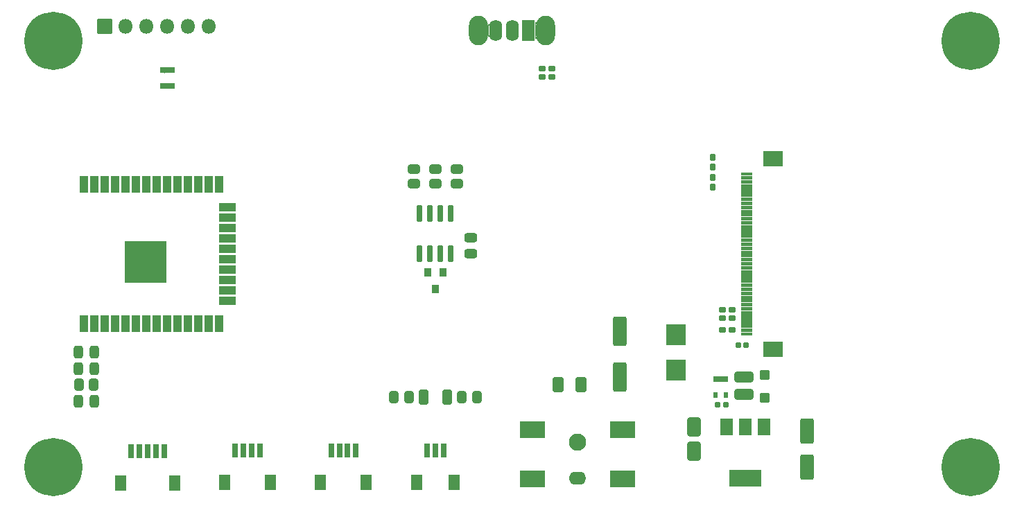
<source format=gts>
G04 #@! TF.GenerationSoftware,KiCad,Pcbnew,(6.0.0)*
G04 #@! TF.CreationDate,2021-12-31T15:39:09+05:30*
G04 #@! TF.ProjectId,ESP32_BoardV1,45535033-325f-4426-9f61-726456312e6b,rev?*
G04 #@! TF.SameCoordinates,Original*
G04 #@! TF.FileFunction,Soldermask,Top*
G04 #@! TF.FilePolarity,Negative*
%FSLAX46Y46*%
G04 Gerber Fmt 4.6, Leading zero omitted, Abs format (unit mm)*
G04 Created by KiCad (PCBNEW (6.0.0)) date 2021-12-31 15:39:09*
%MOMM*%
%LPD*%
G01*
G04 APERTURE LIST*
G04 Aperture macros list*
%AMRoundRect*
0 Rectangle with rounded corners*
0 $1 Rounding radius*
0 $2 $3 $4 $5 $6 $7 $8 $9 X,Y pos of 4 corners*
0 Add a 4 corners polygon primitive as box body*
4,1,4,$2,$3,$4,$5,$6,$7,$8,$9,$2,$3,0*
0 Add four circle primitives for the rounded corners*
1,1,$1+$1,$2,$3*
1,1,$1+$1,$4,$5*
1,1,$1+$1,$6,$7*
1,1,$1+$1,$8,$9*
0 Add four rect primitives between the rounded corners*
20,1,$1+$1,$2,$3,$4,$5,0*
20,1,$1+$1,$4,$5,$6,$7,0*
20,1,$1+$1,$6,$7,$8,$9,0*
20,1,$1+$1,$8,$9,$2,$3,0*%
G04 Aperture macros list end*
%ADD10RoundRect,0.301000X0.250000X0.475000X-0.250000X0.475000X-0.250000X-0.475000X0.250000X-0.475000X0*%
%ADD11C,0.902000*%
%ADD12C,7.102000*%
%ADD13RoundRect,0.051000X0.850000X-0.850000X0.850000X0.850000X-0.850000X0.850000X-0.850000X-0.850000X0*%
%ADD14O,1.802000X1.802000*%
%ADD15RoundRect,0.051000X0.200000X-0.325000X0.200000X0.325000X-0.200000X0.325000X-0.200000X-0.325000X0*%
%ADD16RoundRect,0.301000X-0.312500X-0.625000X0.312500X-0.625000X0.312500X0.625000X-0.312500X0.625000X0*%
%ADD17RoundRect,0.301000X-0.262500X-0.450000X0.262500X-0.450000X0.262500X0.450000X-0.262500X0.450000X0*%
%ADD18RoundRect,0.051000X0.450000X-1.000000X0.450000X1.000000X-0.450000X1.000000X-0.450000X-1.000000X0*%
%ADD19RoundRect,0.051000X1.000000X0.450000X-1.000000X0.450000X-1.000000X-0.450000X1.000000X-0.450000X0*%
%ADD20RoundRect,0.051000X2.500000X-2.500000X2.500000X2.500000X-2.500000X2.500000X-2.500000X-2.500000X0*%
%ADD21RoundRect,0.206000X0.212500X0.155000X-0.212500X0.155000X-0.212500X-0.155000X0.212500X-0.155000X0*%
%ADD22RoundRect,0.051000X-0.300000X-0.775000X0.300000X-0.775000X0.300000X0.775000X-0.300000X0.775000X0*%
%ADD23RoundRect,0.051000X-0.600000X-0.900000X0.600000X-0.900000X0.600000X0.900000X-0.600000X0.900000X0*%
%ADD24RoundRect,0.211000X0.197500X0.160000X-0.197500X0.160000X-0.197500X-0.160000X0.197500X-0.160000X0*%
%ADD25O,2.302000X3.602000*%
%ADD26RoundRect,0.051000X0.750000X1.250000X-0.750000X1.250000X-0.750000X-1.250000X0.750000X-1.250000X0*%
%ADD27O,1.602000X2.602000*%
%ADD28RoundRect,0.051000X1.150000X-1.250000X1.150000X1.250000X-1.150000X1.250000X-1.150000X-1.250000X0*%
%ADD29RoundRect,0.301000X-0.550000X0.850000X-0.550000X-0.850000X0.550000X-0.850000X0.550000X0.850000X0*%
%ADD30RoundRect,0.051000X-0.750000X1.000000X-0.750000X-1.000000X0.750000X-1.000000X0.750000X1.000000X0*%
%ADD31RoundRect,0.051000X-1.900000X1.000000X-1.900000X-1.000000X1.900000X-1.000000X1.900000X1.000000X0*%
%ADD32RoundRect,0.301000X0.550000X-1.250000X0.550000X1.250000X-0.550000X1.250000X-0.550000X-1.250000X0*%
%ADD33RoundRect,0.051000X0.650000X-0.150000X0.650000X0.150000X-0.650000X0.150000X-0.650000X-0.150000X0*%
%ADD34RoundRect,0.051000X1.100000X-0.900000X1.100000X0.900000X-1.100000X0.900000X-1.100000X-0.900000X0*%
%ADD35RoundRect,0.211000X0.160000X-0.197500X0.160000X0.197500X-0.160000X0.197500X-0.160000X-0.197500X0*%
%ADD36RoundRect,0.211000X-0.160000X0.197500X-0.160000X-0.197500X0.160000X-0.197500X0.160000X0.197500X0*%
%ADD37RoundRect,0.301000X-0.475000X0.250000X-0.475000X-0.250000X0.475000X-0.250000X0.475000X0.250000X0*%
%ADD38RoundRect,0.051000X-0.400000X0.450000X-0.400000X-0.450000X0.400000X-0.450000X0.400000X0.450000X0*%
%ADD39RoundRect,0.301000X-0.450000X0.262500X-0.450000X-0.262500X0.450000X-0.262500X0.450000X0.262500X0*%
%ADD40RoundRect,0.201000X-0.150000X0.825000X-0.150000X-0.825000X0.150000X-0.825000X0.150000X0.825000X0*%
%ADD41C,2.102000*%
%ADD42O,2.102000X1.602000*%
%ADD43RoundRect,0.051000X1.500000X1.000000X-1.500000X1.000000X-1.500000X-1.000000X1.500000X-1.000000X0*%
%ADD44RoundRect,0.301000X0.375000X0.625000X-0.375000X0.625000X-0.375000X-0.625000X0.375000X-0.625000X0*%
%ADD45RoundRect,0.191000X0.140000X0.170000X-0.140000X0.170000X-0.140000X-0.170000X0.140000X-0.170000X0*%
%ADD46RoundRect,0.301000X0.550000X-1.500000X0.550000X1.500000X-0.550000X1.500000X-0.550000X-1.500000X0*%
%ADD47RoundRect,0.051000X0.550000X-0.550000X0.550000X0.550000X-0.550000X0.550000X-0.550000X-0.550000X0*%
%ADD48RoundRect,0.301000X0.850000X-0.375000X0.850000X0.375000X-0.850000X0.375000X-0.850000X-0.375000X0*%
%ADD49RoundRect,0.211000X-0.197500X-0.160000X0.197500X-0.160000X0.197500X0.160000X-0.197500X0.160000X0*%
%ADD50RoundRect,0.051000X-0.200000X0.325000X-0.200000X-0.325000X0.200000X-0.325000X0.200000X0.325000X0*%
G04 APERTURE END LIST*
D10*
X93950000Y-139000000D03*
X92050000Y-139000000D03*
X93950000Y-143000000D03*
X92050000Y-143000000D03*
X93950000Y-137000000D03*
X92050000Y-137000000D03*
D11*
X89000000Y-96375000D03*
X90856155Y-97143845D03*
X89000000Y-101625000D03*
X91625000Y-99000000D03*
X87143845Y-100856155D03*
D12*
X89000000Y-99000000D03*
D11*
X87143845Y-97143845D03*
X86375000Y-99000000D03*
X90856155Y-100856155D03*
X90856155Y-152856155D03*
X86375000Y-151000000D03*
X87143845Y-149143845D03*
D12*
X89000000Y-151000000D03*
D11*
X87143845Y-152856155D03*
X89000000Y-153625000D03*
X89000000Y-148375000D03*
X91625000Y-151000000D03*
X90856155Y-149143845D03*
X202856155Y-97143845D03*
X201000000Y-96375000D03*
D12*
X201000000Y-99000000D03*
D11*
X199143845Y-97143845D03*
X201000000Y-101625000D03*
X202856155Y-100856155D03*
X199143845Y-100856155D03*
X203625000Y-99000000D03*
X198375000Y-99000000D03*
D13*
X95250000Y-97200000D03*
D14*
X97790000Y-97200000D03*
X100330000Y-97200000D03*
X102870000Y-97200000D03*
X105410000Y-97200000D03*
X107950000Y-97200000D03*
D15*
X102250000Y-104450000D03*
X102900000Y-104450000D03*
X103550000Y-104450000D03*
X103550000Y-102550000D03*
X102900000Y-102550000D03*
X102250000Y-102550000D03*
D16*
X134162500Y-142500000D03*
X137087500Y-142500000D03*
D17*
X138887500Y-142500000D03*
X140712500Y-142500000D03*
D18*
X92745000Y-133500000D03*
X94015000Y-133500000D03*
X95285000Y-133500000D03*
X96555000Y-133500000D03*
X97825000Y-133500000D03*
X99095000Y-133500000D03*
X100365000Y-133500000D03*
X101635000Y-133500000D03*
X102905000Y-133500000D03*
X104175000Y-133500000D03*
X105445000Y-133500000D03*
X106715000Y-133500000D03*
X107985000Y-133500000D03*
X109255000Y-133500000D03*
D19*
X110255000Y-130715000D03*
X110255000Y-129445000D03*
X110255000Y-128175000D03*
X110255000Y-126905000D03*
X110255000Y-125635000D03*
X110255000Y-124365000D03*
X110255000Y-123095000D03*
X110255000Y-121825000D03*
X110255000Y-120555000D03*
X110255000Y-119285000D03*
D18*
X109255000Y-116500000D03*
X107985000Y-116500000D03*
X106715000Y-116500000D03*
X105445000Y-116500000D03*
X104175000Y-116500000D03*
X102905000Y-116500000D03*
X101635000Y-116500000D03*
X100365000Y-116500000D03*
X99095000Y-116500000D03*
X97825000Y-116500000D03*
X96555000Y-116500000D03*
X95285000Y-116500000D03*
X94015000Y-116500000D03*
X92745000Y-116500000D03*
D20*
X100245000Y-126000000D03*
D21*
X171867500Y-132800000D03*
X170732500Y-132800000D03*
D22*
X122916666Y-149000000D03*
X123916666Y-149000000D03*
X124916666Y-149000000D03*
X125916666Y-149000000D03*
D23*
X121616666Y-152875000D03*
X127216666Y-152875000D03*
D17*
X130587500Y-142500000D03*
X132412500Y-142500000D03*
D21*
X149837500Y-103352500D03*
X148702500Y-103352500D03*
D24*
X149867500Y-102352500D03*
X148672500Y-102352500D03*
D25*
X140900000Y-97702500D03*
X149100000Y-97702500D03*
D26*
X147000000Y-97702500D03*
D27*
X145000000Y-97702500D03*
X143000000Y-97702500D03*
D22*
X134625000Y-149000000D03*
X135625000Y-149000000D03*
X136625000Y-149000000D03*
D23*
X133325000Y-152875000D03*
X137925000Y-152875000D03*
D28*
X165000000Y-139150000D03*
X165000000Y-134850000D03*
D29*
X167200000Y-146100000D03*
X167200000Y-149100000D03*
D30*
X175800000Y-146100000D03*
X173500000Y-146100000D03*
D31*
X173500000Y-152400000D03*
D30*
X171200000Y-146100000D03*
D11*
X203625000Y-151000000D03*
X198375000Y-151000000D03*
D12*
X201000000Y-151000000D03*
D11*
X202856155Y-149143845D03*
X201000000Y-153625000D03*
X202856155Y-152856155D03*
X199143845Y-152856155D03*
X199143845Y-149143845D03*
X201000000Y-148375000D03*
D32*
X181000000Y-151000000D03*
X181000000Y-146600000D03*
D21*
X171867500Y-131800000D03*
X170732500Y-131800000D03*
D33*
X173650000Y-134750000D03*
X173650000Y-134250000D03*
X173650000Y-133750000D03*
X173650000Y-133250000D03*
X173650000Y-132750000D03*
X173650000Y-132250000D03*
X173650000Y-131750000D03*
X173650000Y-131250000D03*
X173650000Y-130750000D03*
X173650000Y-130250000D03*
X173650000Y-129750000D03*
X173650000Y-129250000D03*
X173650000Y-128750000D03*
X173650000Y-128250000D03*
X173650000Y-127750000D03*
X173650000Y-127250000D03*
X173650000Y-126750000D03*
X173650000Y-126250000D03*
X173650000Y-125750000D03*
X173650000Y-125250000D03*
X173650000Y-124750000D03*
X173650000Y-124250000D03*
X173650000Y-123750000D03*
X173650000Y-123250000D03*
X173650000Y-122750000D03*
X173650000Y-122250000D03*
X173650000Y-121750000D03*
X173650000Y-121250000D03*
X173650000Y-120750000D03*
X173650000Y-120250000D03*
X173650000Y-119750000D03*
X173650000Y-119250000D03*
X173650000Y-118750000D03*
X173650000Y-118250000D03*
X173650000Y-117750000D03*
X173650000Y-117250000D03*
X173650000Y-116750000D03*
X173650000Y-116250000D03*
X173650000Y-115750000D03*
X173650000Y-115250000D03*
D34*
X176900000Y-113350000D03*
X176900000Y-136650000D03*
D35*
X169500000Y-114347500D03*
X169500000Y-113152500D03*
D36*
X169500000Y-115652500D03*
X169500000Y-116847500D03*
D37*
X140000000Y-123050000D03*
X140000000Y-124950000D03*
D38*
X136575000Y-127250000D03*
X134675000Y-127250000D03*
X135625000Y-129250000D03*
D39*
X135625000Y-114587500D03*
X135625000Y-116412500D03*
X138250000Y-114587500D03*
X138250000Y-116412500D03*
D40*
X137530000Y-120025000D03*
X136260000Y-120025000D03*
X134990000Y-120025000D03*
X133720000Y-120025000D03*
X133720000Y-124975000D03*
X134990000Y-124975000D03*
X136260000Y-124975000D03*
X137530000Y-124975000D03*
D39*
X133000000Y-114587500D03*
X133000000Y-116412500D03*
D17*
X92087500Y-141000000D03*
X93912500Y-141000000D03*
D41*
X153000000Y-148000000D03*
D42*
X153000000Y-152400000D03*
D43*
X147500000Y-146500000D03*
X147500000Y-152500000D03*
X158500000Y-146500000D03*
X158500000Y-152500000D03*
D44*
X153400000Y-141000000D03*
X150600000Y-141000000D03*
D22*
X111208333Y-149000000D03*
X112208333Y-149000000D03*
X113208333Y-149000000D03*
X114208333Y-149000000D03*
D23*
X109908333Y-152875000D03*
X115508333Y-152875000D03*
D22*
X98500000Y-149125000D03*
X99500000Y-149125000D03*
X100500000Y-149125000D03*
X101500000Y-149125000D03*
X102500000Y-149125000D03*
D23*
X97200000Y-153000000D03*
X103800000Y-153000000D03*
D45*
X173560000Y-136100000D03*
X172600000Y-136100000D03*
D46*
X158200000Y-140000000D03*
X158200000Y-134400000D03*
D45*
X171080000Y-143400000D03*
X170120000Y-143400000D03*
D47*
X175900000Y-142600000D03*
X175900000Y-139800000D03*
D48*
X173300000Y-142175000D03*
X173300000Y-140025000D03*
D49*
X170670000Y-134300000D03*
X171865000Y-134300000D03*
D50*
X171150000Y-140300000D03*
X170500000Y-140300000D03*
X169850000Y-140300000D03*
X169850000Y-142200000D03*
X171150000Y-142200000D03*
G36*
X170090660Y-139942493D02*
G01*
X170104452Y-139951709D01*
X170105615Y-139949969D01*
X170107409Y-139949084D01*
X170108560Y-139949545D01*
X170125952Y-139964078D01*
X170194670Y-139972704D01*
X170242288Y-139949918D01*
X170244282Y-139950072D01*
X170244814Y-139950611D01*
X170245548Y-139951709D01*
X170259340Y-139942493D01*
X170261336Y-139942362D01*
X170262447Y-139944025D01*
X170262114Y-139945267D01*
X170254767Y-139956262D01*
X170251000Y-139975199D01*
X170251000Y-140624801D01*
X170254767Y-140643738D01*
X170262114Y-140654733D01*
X170262245Y-140656729D01*
X170260582Y-140657840D01*
X170259340Y-140657507D01*
X170245548Y-140648291D01*
X170244385Y-140650031D01*
X170242591Y-140650916D01*
X170241440Y-140650455D01*
X170224048Y-140635922D01*
X170155330Y-140627296D01*
X170107712Y-140650082D01*
X170105718Y-140649928D01*
X170105186Y-140649389D01*
X170104452Y-140648291D01*
X170090660Y-140657507D01*
X170088664Y-140657638D01*
X170087553Y-140655975D01*
X170087886Y-140654733D01*
X170095233Y-140643738D01*
X170099000Y-140624801D01*
X170099000Y-139975199D01*
X170095233Y-139956262D01*
X170087886Y-139945267D01*
X170087755Y-139943271D01*
X170089418Y-139942160D01*
X170090660Y-139942493D01*
G37*
G36*
X170740660Y-139942493D02*
G01*
X170754452Y-139951709D01*
X170755615Y-139949969D01*
X170757409Y-139949084D01*
X170758560Y-139949545D01*
X170775952Y-139964078D01*
X170844670Y-139972704D01*
X170892288Y-139949918D01*
X170894282Y-139950072D01*
X170894814Y-139950611D01*
X170895548Y-139951709D01*
X170909340Y-139942493D01*
X170911336Y-139942362D01*
X170912447Y-139944025D01*
X170912114Y-139945267D01*
X170904767Y-139956262D01*
X170901000Y-139975199D01*
X170901000Y-140624801D01*
X170904767Y-140643738D01*
X170912114Y-140654733D01*
X170912245Y-140656729D01*
X170910582Y-140657840D01*
X170909340Y-140657507D01*
X170895548Y-140648291D01*
X170894385Y-140650031D01*
X170892591Y-140650916D01*
X170891440Y-140650455D01*
X170874048Y-140635922D01*
X170805330Y-140627296D01*
X170757712Y-140650082D01*
X170755718Y-140649928D01*
X170755186Y-140649389D01*
X170754452Y-140648291D01*
X170740660Y-140657507D01*
X170738664Y-140657638D01*
X170737553Y-140655975D01*
X170737886Y-140654733D01*
X170745233Y-140643738D01*
X170749000Y-140624801D01*
X170749000Y-139975199D01*
X170745233Y-139956262D01*
X170737886Y-139945267D01*
X170737755Y-139943271D01*
X170739418Y-139942160D01*
X170740660Y-139942493D01*
G37*
G36*
X172966075Y-134435084D02*
G01*
X172981263Y-134445233D01*
X173000199Y-134449000D01*
X174299801Y-134449000D01*
X174318738Y-134445233D01*
X174333773Y-134435186D01*
X174335768Y-134435055D01*
X174336880Y-134436718D01*
X174336793Y-134437447D01*
X174317898Y-134497788D01*
X174336955Y-134562690D01*
X174336483Y-134564633D01*
X174334564Y-134565197D01*
X174333925Y-134564916D01*
X174318737Y-134554767D01*
X174299801Y-134551000D01*
X173000199Y-134551000D01*
X172981262Y-134554767D01*
X172966227Y-134564814D01*
X172964232Y-134564945D01*
X172963120Y-134563282D01*
X172963207Y-134562553D01*
X172982102Y-134502212D01*
X172963045Y-134437310D01*
X172963517Y-134435367D01*
X172965436Y-134434803D01*
X172966075Y-134435084D01*
G37*
G36*
X172966075Y-133935084D02*
G01*
X172981263Y-133945233D01*
X173000199Y-133949000D01*
X174299801Y-133949000D01*
X174318738Y-133945233D01*
X174333773Y-133935186D01*
X174335768Y-133935055D01*
X174336880Y-133936718D01*
X174336793Y-133937447D01*
X174317898Y-133997788D01*
X174336955Y-134062690D01*
X174336483Y-134064633D01*
X174334564Y-134065197D01*
X174333925Y-134064916D01*
X174318737Y-134054767D01*
X174299801Y-134051000D01*
X173000199Y-134051000D01*
X172981262Y-134054767D01*
X172966227Y-134064814D01*
X172964232Y-134064945D01*
X172963120Y-134063282D01*
X172963207Y-134062553D01*
X172982102Y-134002212D01*
X172963045Y-133937310D01*
X172963517Y-133935367D01*
X172965436Y-133934803D01*
X172966075Y-133935084D01*
G37*
G36*
X172966075Y-133435084D02*
G01*
X172981263Y-133445233D01*
X173000199Y-133449000D01*
X174299801Y-133449000D01*
X174318738Y-133445233D01*
X174333773Y-133435186D01*
X174335768Y-133435055D01*
X174336880Y-133436718D01*
X174336793Y-133437447D01*
X174317898Y-133497788D01*
X174336955Y-133562690D01*
X174336483Y-133564633D01*
X174334564Y-133565197D01*
X174333925Y-133564916D01*
X174318737Y-133554767D01*
X174299801Y-133551000D01*
X173000199Y-133551000D01*
X172981262Y-133554767D01*
X172966227Y-133564814D01*
X172964232Y-133564945D01*
X172963120Y-133563282D01*
X172963207Y-133562553D01*
X172982102Y-133502212D01*
X172963045Y-133437310D01*
X172963517Y-133435367D01*
X172965436Y-133434803D01*
X172966075Y-133435084D01*
G37*
G36*
X172966075Y-132935084D02*
G01*
X172981263Y-132945233D01*
X173000199Y-132949000D01*
X174299801Y-132949000D01*
X174318738Y-132945233D01*
X174333773Y-132935186D01*
X174335768Y-132935055D01*
X174336880Y-132936718D01*
X174336793Y-132937447D01*
X174317898Y-132997788D01*
X174336955Y-133062690D01*
X174336483Y-133064633D01*
X174334564Y-133065197D01*
X174333925Y-133064916D01*
X174318737Y-133054767D01*
X174299801Y-133051000D01*
X173000199Y-133051000D01*
X172981262Y-133054767D01*
X172966227Y-133064814D01*
X172964232Y-133064945D01*
X172963120Y-133063282D01*
X172963207Y-133062553D01*
X172982102Y-133002212D01*
X172963045Y-132937310D01*
X172963517Y-132935367D01*
X172965436Y-132934803D01*
X172966075Y-132935084D01*
G37*
G36*
X172966075Y-132435084D02*
G01*
X172981263Y-132445233D01*
X173000199Y-132449000D01*
X174299801Y-132449000D01*
X174318738Y-132445233D01*
X174333773Y-132435186D01*
X174335768Y-132435055D01*
X174336880Y-132436718D01*
X174336793Y-132437447D01*
X174317898Y-132497788D01*
X174336955Y-132562690D01*
X174336483Y-132564633D01*
X174334564Y-132565197D01*
X174333925Y-132564916D01*
X174318737Y-132554767D01*
X174299801Y-132551000D01*
X173000199Y-132551000D01*
X172981262Y-132554767D01*
X172966227Y-132564814D01*
X172964232Y-132564945D01*
X172963120Y-132563282D01*
X172963207Y-132562553D01*
X172982102Y-132502212D01*
X172963045Y-132437310D01*
X172963517Y-132435367D01*
X172965436Y-132434803D01*
X172966075Y-132435084D01*
G37*
G36*
X172966075Y-131935084D02*
G01*
X172981263Y-131945233D01*
X173000199Y-131949000D01*
X174299801Y-131949000D01*
X174318738Y-131945233D01*
X174333773Y-131935186D01*
X174335768Y-131935055D01*
X174336880Y-131936718D01*
X174336793Y-131937447D01*
X174317898Y-131997788D01*
X174336955Y-132062690D01*
X174336483Y-132064633D01*
X174334564Y-132065197D01*
X174333925Y-132064916D01*
X174318737Y-132054767D01*
X174299801Y-132051000D01*
X173000199Y-132051000D01*
X172981262Y-132054767D01*
X172966227Y-132064814D01*
X172964232Y-132064945D01*
X172963120Y-132063282D01*
X172963207Y-132062553D01*
X172982102Y-132002212D01*
X172963045Y-131937310D01*
X172963517Y-131935367D01*
X172965436Y-131934803D01*
X172966075Y-131935084D01*
G37*
G36*
X172966075Y-131435084D02*
G01*
X172981263Y-131445233D01*
X173000199Y-131449000D01*
X174299801Y-131449000D01*
X174318738Y-131445233D01*
X174333773Y-131435186D01*
X174335768Y-131435055D01*
X174336880Y-131436718D01*
X174336793Y-131437447D01*
X174317898Y-131497788D01*
X174336955Y-131562690D01*
X174336483Y-131564633D01*
X174334564Y-131565197D01*
X174333925Y-131564916D01*
X174318737Y-131554767D01*
X174299801Y-131551000D01*
X173000199Y-131551000D01*
X172981262Y-131554767D01*
X172966227Y-131564814D01*
X172964232Y-131564945D01*
X172963120Y-131563282D01*
X172963207Y-131562553D01*
X172982102Y-131502212D01*
X172963045Y-131437310D01*
X172963517Y-131435367D01*
X172965436Y-131434803D01*
X172966075Y-131435084D01*
G37*
G36*
X172966075Y-130935084D02*
G01*
X172981263Y-130945233D01*
X173000199Y-130949000D01*
X174299801Y-130949000D01*
X174318738Y-130945233D01*
X174333773Y-130935186D01*
X174335768Y-130935055D01*
X174336880Y-130936718D01*
X174336793Y-130937447D01*
X174317898Y-130997788D01*
X174336955Y-131062690D01*
X174336483Y-131064633D01*
X174334564Y-131065197D01*
X174333925Y-131064916D01*
X174318737Y-131054767D01*
X174299801Y-131051000D01*
X173000199Y-131051000D01*
X172981262Y-131054767D01*
X172966227Y-131064814D01*
X172964232Y-131064945D01*
X172963120Y-131063282D01*
X172963207Y-131062553D01*
X172982102Y-131002212D01*
X172963045Y-130937310D01*
X172963517Y-130935367D01*
X172965436Y-130934803D01*
X172966075Y-130935084D01*
G37*
G36*
X172966075Y-130435084D02*
G01*
X172981263Y-130445233D01*
X173000199Y-130449000D01*
X174299801Y-130449000D01*
X174318738Y-130445233D01*
X174333773Y-130435186D01*
X174335768Y-130435055D01*
X174336880Y-130436718D01*
X174336793Y-130437447D01*
X174317898Y-130497788D01*
X174336955Y-130562690D01*
X174336483Y-130564633D01*
X174334564Y-130565197D01*
X174333925Y-130564916D01*
X174318737Y-130554767D01*
X174299801Y-130551000D01*
X173000199Y-130551000D01*
X172981262Y-130554767D01*
X172966227Y-130564814D01*
X172964232Y-130564945D01*
X172963120Y-130563282D01*
X172963207Y-130562553D01*
X172982102Y-130502212D01*
X172963045Y-130437310D01*
X172963517Y-130435367D01*
X172965436Y-130434803D01*
X172966075Y-130435084D01*
G37*
G36*
X172966075Y-129935084D02*
G01*
X172981263Y-129945233D01*
X173000199Y-129949000D01*
X174299801Y-129949000D01*
X174318738Y-129945233D01*
X174333773Y-129935186D01*
X174335768Y-129935055D01*
X174336880Y-129936718D01*
X174336793Y-129937447D01*
X174317898Y-129997788D01*
X174336955Y-130062690D01*
X174336483Y-130064633D01*
X174334564Y-130065197D01*
X174333925Y-130064916D01*
X174318737Y-130054767D01*
X174299801Y-130051000D01*
X173000199Y-130051000D01*
X172981262Y-130054767D01*
X172966227Y-130064814D01*
X172964232Y-130064945D01*
X172963120Y-130063282D01*
X172963207Y-130062553D01*
X172982102Y-130002212D01*
X172963045Y-129937310D01*
X172963517Y-129935367D01*
X172965436Y-129934803D01*
X172966075Y-129935084D01*
G37*
G36*
X172966075Y-129435084D02*
G01*
X172981263Y-129445233D01*
X173000199Y-129449000D01*
X174299801Y-129449000D01*
X174318738Y-129445233D01*
X174333773Y-129435186D01*
X174335768Y-129435055D01*
X174336880Y-129436718D01*
X174336793Y-129437447D01*
X174317898Y-129497788D01*
X174336955Y-129562690D01*
X174336483Y-129564633D01*
X174334564Y-129565197D01*
X174333925Y-129564916D01*
X174318737Y-129554767D01*
X174299801Y-129551000D01*
X173000199Y-129551000D01*
X172981262Y-129554767D01*
X172966227Y-129564814D01*
X172964232Y-129564945D01*
X172963120Y-129563282D01*
X172963207Y-129562553D01*
X172982102Y-129502212D01*
X172963045Y-129437310D01*
X172963517Y-129435367D01*
X172965436Y-129434803D01*
X172966075Y-129435084D01*
G37*
G36*
X172966075Y-128935084D02*
G01*
X172981263Y-128945233D01*
X173000199Y-128949000D01*
X174299801Y-128949000D01*
X174318738Y-128945233D01*
X174333773Y-128935186D01*
X174335768Y-128935055D01*
X174336880Y-128936718D01*
X174336793Y-128937447D01*
X174317898Y-128997788D01*
X174336955Y-129062690D01*
X174336483Y-129064633D01*
X174334564Y-129065197D01*
X174333925Y-129064916D01*
X174318737Y-129054767D01*
X174299801Y-129051000D01*
X173000199Y-129051000D01*
X172981262Y-129054767D01*
X172966227Y-129064814D01*
X172964232Y-129064945D01*
X172963120Y-129063282D01*
X172963207Y-129062553D01*
X172982102Y-129002212D01*
X172963045Y-128937310D01*
X172963517Y-128935367D01*
X172965436Y-128934803D01*
X172966075Y-128935084D01*
G37*
G36*
X172966075Y-128435084D02*
G01*
X172981263Y-128445233D01*
X173000199Y-128449000D01*
X174299801Y-128449000D01*
X174318738Y-128445233D01*
X174333773Y-128435186D01*
X174335768Y-128435055D01*
X174336880Y-128436718D01*
X174336793Y-128437447D01*
X174317898Y-128497788D01*
X174336955Y-128562690D01*
X174336483Y-128564633D01*
X174334564Y-128565197D01*
X174333925Y-128564916D01*
X174318737Y-128554767D01*
X174299801Y-128551000D01*
X173000199Y-128551000D01*
X172981262Y-128554767D01*
X172966227Y-128564814D01*
X172964232Y-128564945D01*
X172963120Y-128563282D01*
X172963207Y-128562553D01*
X172982102Y-128502212D01*
X172963045Y-128437310D01*
X172963517Y-128435367D01*
X172965436Y-128434803D01*
X172966075Y-128435084D01*
G37*
G36*
X172966075Y-127935084D02*
G01*
X172981263Y-127945233D01*
X173000199Y-127949000D01*
X174299801Y-127949000D01*
X174318738Y-127945233D01*
X174333773Y-127935186D01*
X174335768Y-127935055D01*
X174336880Y-127936718D01*
X174336793Y-127937447D01*
X174317898Y-127997788D01*
X174336955Y-128062690D01*
X174336483Y-128064633D01*
X174334564Y-128065197D01*
X174333925Y-128064916D01*
X174318737Y-128054767D01*
X174299801Y-128051000D01*
X173000199Y-128051000D01*
X172981262Y-128054767D01*
X172966227Y-128064814D01*
X172964232Y-128064945D01*
X172963120Y-128063282D01*
X172963207Y-128062553D01*
X172982102Y-128002212D01*
X172963045Y-127937310D01*
X172963517Y-127935367D01*
X172965436Y-127934803D01*
X172966075Y-127935084D01*
G37*
G36*
X172966075Y-127435084D02*
G01*
X172981263Y-127445233D01*
X173000199Y-127449000D01*
X174299801Y-127449000D01*
X174318738Y-127445233D01*
X174333773Y-127435186D01*
X174335768Y-127435055D01*
X174336880Y-127436718D01*
X174336793Y-127437447D01*
X174317898Y-127497788D01*
X174336955Y-127562690D01*
X174336483Y-127564633D01*
X174334564Y-127565197D01*
X174333925Y-127564916D01*
X174318737Y-127554767D01*
X174299801Y-127551000D01*
X173000199Y-127551000D01*
X172981262Y-127554767D01*
X172966227Y-127564814D01*
X172964232Y-127564945D01*
X172963120Y-127563282D01*
X172963207Y-127562553D01*
X172982102Y-127502212D01*
X172963045Y-127437310D01*
X172963517Y-127435367D01*
X172965436Y-127434803D01*
X172966075Y-127435084D01*
G37*
G36*
X172966075Y-126935084D02*
G01*
X172981263Y-126945233D01*
X173000199Y-126949000D01*
X174299801Y-126949000D01*
X174318738Y-126945233D01*
X174333773Y-126935186D01*
X174335768Y-126935055D01*
X174336880Y-126936718D01*
X174336793Y-126937447D01*
X174317898Y-126997788D01*
X174336955Y-127062690D01*
X174336483Y-127064633D01*
X174334564Y-127065197D01*
X174333925Y-127064916D01*
X174318737Y-127054767D01*
X174299801Y-127051000D01*
X173000199Y-127051000D01*
X172981262Y-127054767D01*
X172966227Y-127064814D01*
X172964232Y-127064945D01*
X172963120Y-127063282D01*
X172963207Y-127062553D01*
X172982102Y-127002212D01*
X172963045Y-126937310D01*
X172963517Y-126935367D01*
X172965436Y-126934803D01*
X172966075Y-126935084D01*
G37*
G36*
X172966075Y-126435084D02*
G01*
X172981263Y-126445233D01*
X173000199Y-126449000D01*
X174299801Y-126449000D01*
X174318738Y-126445233D01*
X174333773Y-126435186D01*
X174335768Y-126435055D01*
X174336880Y-126436718D01*
X174336793Y-126437447D01*
X174317898Y-126497788D01*
X174336955Y-126562690D01*
X174336483Y-126564633D01*
X174334564Y-126565197D01*
X174333925Y-126564916D01*
X174318737Y-126554767D01*
X174299801Y-126551000D01*
X173000199Y-126551000D01*
X172981262Y-126554767D01*
X172966227Y-126564814D01*
X172964232Y-126564945D01*
X172963120Y-126563282D01*
X172963207Y-126562553D01*
X172982102Y-126502212D01*
X172963045Y-126437310D01*
X172963517Y-126435367D01*
X172965436Y-126434803D01*
X172966075Y-126435084D01*
G37*
G36*
X172966075Y-125935084D02*
G01*
X172981263Y-125945233D01*
X173000199Y-125949000D01*
X174299801Y-125949000D01*
X174318738Y-125945233D01*
X174333773Y-125935186D01*
X174335768Y-125935055D01*
X174336880Y-125936718D01*
X174336793Y-125937447D01*
X174317898Y-125997788D01*
X174336955Y-126062690D01*
X174336483Y-126064633D01*
X174334564Y-126065197D01*
X174333925Y-126064916D01*
X174318737Y-126054767D01*
X174299801Y-126051000D01*
X173000199Y-126051000D01*
X172981262Y-126054767D01*
X172966227Y-126064814D01*
X172964232Y-126064945D01*
X172963120Y-126063282D01*
X172963207Y-126062553D01*
X172982102Y-126002212D01*
X172963045Y-125937310D01*
X172963517Y-125935367D01*
X172965436Y-125934803D01*
X172966075Y-125935084D01*
G37*
G36*
X172966075Y-125435084D02*
G01*
X172981263Y-125445233D01*
X173000199Y-125449000D01*
X174299801Y-125449000D01*
X174318738Y-125445233D01*
X174333773Y-125435186D01*
X174335768Y-125435055D01*
X174336880Y-125436718D01*
X174336793Y-125437447D01*
X174317898Y-125497788D01*
X174336955Y-125562690D01*
X174336483Y-125564633D01*
X174334564Y-125565197D01*
X174333925Y-125564916D01*
X174318737Y-125554767D01*
X174299801Y-125551000D01*
X173000199Y-125551000D01*
X172981262Y-125554767D01*
X172966227Y-125564814D01*
X172964232Y-125564945D01*
X172963120Y-125563282D01*
X172963207Y-125562553D01*
X172982102Y-125502212D01*
X172963045Y-125437310D01*
X172963517Y-125435367D01*
X172965436Y-125434803D01*
X172966075Y-125435084D01*
G37*
G36*
X172966075Y-124935084D02*
G01*
X172981263Y-124945233D01*
X173000199Y-124949000D01*
X174299801Y-124949000D01*
X174318738Y-124945233D01*
X174333773Y-124935186D01*
X174335768Y-124935055D01*
X174336880Y-124936718D01*
X174336793Y-124937447D01*
X174317898Y-124997788D01*
X174336955Y-125062690D01*
X174336483Y-125064633D01*
X174334564Y-125065197D01*
X174333925Y-125064916D01*
X174318737Y-125054767D01*
X174299801Y-125051000D01*
X173000199Y-125051000D01*
X172981262Y-125054767D01*
X172966227Y-125064814D01*
X172964232Y-125064945D01*
X172963120Y-125063282D01*
X172963207Y-125062553D01*
X172982102Y-125002212D01*
X172963045Y-124937310D01*
X172963517Y-124935367D01*
X172965436Y-124934803D01*
X172966075Y-124935084D01*
G37*
G36*
X172966075Y-124435084D02*
G01*
X172981263Y-124445233D01*
X173000199Y-124449000D01*
X174299801Y-124449000D01*
X174318738Y-124445233D01*
X174333773Y-124435186D01*
X174335768Y-124435055D01*
X174336880Y-124436718D01*
X174336793Y-124437447D01*
X174317898Y-124497788D01*
X174336955Y-124562690D01*
X174336483Y-124564633D01*
X174334564Y-124565197D01*
X174333925Y-124564916D01*
X174318737Y-124554767D01*
X174299801Y-124551000D01*
X173000199Y-124551000D01*
X172981262Y-124554767D01*
X172966227Y-124564814D01*
X172964232Y-124564945D01*
X172963120Y-124563282D01*
X172963207Y-124562553D01*
X172982102Y-124502212D01*
X172963045Y-124437310D01*
X172963517Y-124435367D01*
X172965436Y-124434803D01*
X172966075Y-124435084D01*
G37*
G36*
X172966075Y-123935084D02*
G01*
X172981263Y-123945233D01*
X173000199Y-123949000D01*
X174299801Y-123949000D01*
X174318738Y-123945233D01*
X174333773Y-123935186D01*
X174335768Y-123935055D01*
X174336880Y-123936718D01*
X174336793Y-123937447D01*
X174317898Y-123997788D01*
X174336955Y-124062690D01*
X174336483Y-124064633D01*
X174334564Y-124065197D01*
X174333925Y-124064916D01*
X174318737Y-124054767D01*
X174299801Y-124051000D01*
X173000199Y-124051000D01*
X172981262Y-124054767D01*
X172966227Y-124064814D01*
X172964232Y-124064945D01*
X172963120Y-124063282D01*
X172963207Y-124062553D01*
X172982102Y-124002212D01*
X172963045Y-123937310D01*
X172963517Y-123935367D01*
X172965436Y-123934803D01*
X172966075Y-123935084D01*
G37*
G36*
X172966075Y-123435084D02*
G01*
X172981263Y-123445233D01*
X173000199Y-123449000D01*
X174299801Y-123449000D01*
X174318738Y-123445233D01*
X174333773Y-123435186D01*
X174335768Y-123435055D01*
X174336880Y-123436718D01*
X174336793Y-123437447D01*
X174317898Y-123497788D01*
X174336955Y-123562690D01*
X174336483Y-123564633D01*
X174334564Y-123565197D01*
X174333925Y-123564916D01*
X174318737Y-123554767D01*
X174299801Y-123551000D01*
X173000199Y-123551000D01*
X172981262Y-123554767D01*
X172966227Y-123564814D01*
X172964232Y-123564945D01*
X172963120Y-123563282D01*
X172963207Y-123562553D01*
X172982102Y-123502212D01*
X172963045Y-123437310D01*
X172963517Y-123435367D01*
X172965436Y-123434803D01*
X172966075Y-123435084D01*
G37*
G36*
X172966075Y-122935084D02*
G01*
X172981263Y-122945233D01*
X173000199Y-122949000D01*
X174299801Y-122949000D01*
X174318738Y-122945233D01*
X174333773Y-122935186D01*
X174335768Y-122935055D01*
X174336880Y-122936718D01*
X174336793Y-122937447D01*
X174317898Y-122997788D01*
X174336955Y-123062690D01*
X174336483Y-123064633D01*
X174334564Y-123065197D01*
X174333925Y-123064916D01*
X174318737Y-123054767D01*
X174299801Y-123051000D01*
X173000199Y-123051000D01*
X172981262Y-123054767D01*
X172966227Y-123064814D01*
X172964232Y-123064945D01*
X172963120Y-123063282D01*
X172963207Y-123062553D01*
X172982102Y-123002212D01*
X172963045Y-122937310D01*
X172963517Y-122935367D01*
X172965436Y-122934803D01*
X172966075Y-122935084D01*
G37*
G36*
X172966075Y-122435084D02*
G01*
X172981263Y-122445233D01*
X173000199Y-122449000D01*
X174299801Y-122449000D01*
X174318738Y-122445233D01*
X174333773Y-122435186D01*
X174335768Y-122435055D01*
X174336880Y-122436718D01*
X174336793Y-122437447D01*
X174317898Y-122497788D01*
X174336955Y-122562690D01*
X174336483Y-122564633D01*
X174334564Y-122565197D01*
X174333925Y-122564916D01*
X174318737Y-122554767D01*
X174299801Y-122551000D01*
X173000199Y-122551000D01*
X172981262Y-122554767D01*
X172966227Y-122564814D01*
X172964232Y-122564945D01*
X172963120Y-122563282D01*
X172963207Y-122562553D01*
X172982102Y-122502212D01*
X172963045Y-122437310D01*
X172963517Y-122435367D01*
X172965436Y-122434803D01*
X172966075Y-122435084D01*
G37*
G36*
X172966075Y-121935084D02*
G01*
X172981263Y-121945233D01*
X173000199Y-121949000D01*
X174299801Y-121949000D01*
X174318738Y-121945233D01*
X174333773Y-121935186D01*
X174335768Y-121935055D01*
X174336880Y-121936718D01*
X174336793Y-121937447D01*
X174317898Y-121997788D01*
X174336955Y-122062690D01*
X174336483Y-122064633D01*
X174334564Y-122065197D01*
X174333925Y-122064916D01*
X174318737Y-122054767D01*
X174299801Y-122051000D01*
X173000199Y-122051000D01*
X172981262Y-122054767D01*
X172966227Y-122064814D01*
X172964232Y-122064945D01*
X172963120Y-122063282D01*
X172963207Y-122062553D01*
X172982102Y-122002212D01*
X172963045Y-121937310D01*
X172963517Y-121935367D01*
X172965436Y-121934803D01*
X172966075Y-121935084D01*
G37*
G36*
X172966075Y-121435084D02*
G01*
X172981263Y-121445233D01*
X173000199Y-121449000D01*
X174299801Y-121449000D01*
X174318738Y-121445233D01*
X174333773Y-121435186D01*
X174335768Y-121435055D01*
X174336880Y-121436718D01*
X174336793Y-121437447D01*
X174317898Y-121497788D01*
X174336955Y-121562690D01*
X174336483Y-121564633D01*
X174334564Y-121565197D01*
X174333925Y-121564916D01*
X174318737Y-121554767D01*
X174299801Y-121551000D01*
X173000199Y-121551000D01*
X172981262Y-121554767D01*
X172966227Y-121564814D01*
X172964232Y-121564945D01*
X172963120Y-121563282D01*
X172963207Y-121562553D01*
X172982102Y-121502212D01*
X172963045Y-121437310D01*
X172963517Y-121435367D01*
X172965436Y-121434803D01*
X172966075Y-121435084D01*
G37*
G36*
X172966075Y-120935084D02*
G01*
X172981263Y-120945233D01*
X173000199Y-120949000D01*
X174299801Y-120949000D01*
X174318738Y-120945233D01*
X174333773Y-120935186D01*
X174335768Y-120935055D01*
X174336880Y-120936718D01*
X174336793Y-120937447D01*
X174317898Y-120997788D01*
X174336955Y-121062690D01*
X174336483Y-121064633D01*
X174334564Y-121065197D01*
X174333925Y-121064916D01*
X174318737Y-121054767D01*
X174299801Y-121051000D01*
X173000199Y-121051000D01*
X172981262Y-121054767D01*
X172966227Y-121064814D01*
X172964232Y-121064945D01*
X172963120Y-121063282D01*
X172963207Y-121062553D01*
X172982102Y-121002212D01*
X172963045Y-120937310D01*
X172963517Y-120935367D01*
X172965436Y-120934803D01*
X172966075Y-120935084D01*
G37*
G36*
X172966075Y-120435084D02*
G01*
X172981263Y-120445233D01*
X173000199Y-120449000D01*
X174299801Y-120449000D01*
X174318738Y-120445233D01*
X174333773Y-120435186D01*
X174335768Y-120435055D01*
X174336880Y-120436718D01*
X174336793Y-120437447D01*
X174317898Y-120497788D01*
X174336955Y-120562690D01*
X174336483Y-120564633D01*
X174334564Y-120565197D01*
X174333925Y-120564916D01*
X174318737Y-120554767D01*
X174299801Y-120551000D01*
X173000199Y-120551000D01*
X172981262Y-120554767D01*
X172966227Y-120564814D01*
X172964232Y-120564945D01*
X172963120Y-120563282D01*
X172963207Y-120562553D01*
X172982102Y-120502212D01*
X172963045Y-120437310D01*
X172963517Y-120435367D01*
X172965436Y-120434803D01*
X172966075Y-120435084D01*
G37*
G36*
X172966075Y-119935084D02*
G01*
X172981263Y-119945233D01*
X173000199Y-119949000D01*
X174299801Y-119949000D01*
X174318738Y-119945233D01*
X174333773Y-119935186D01*
X174335768Y-119935055D01*
X174336880Y-119936718D01*
X174336793Y-119937447D01*
X174317898Y-119997788D01*
X174336955Y-120062690D01*
X174336483Y-120064633D01*
X174334564Y-120065197D01*
X174333925Y-120064916D01*
X174318737Y-120054767D01*
X174299801Y-120051000D01*
X173000199Y-120051000D01*
X172981262Y-120054767D01*
X172966227Y-120064814D01*
X172964232Y-120064945D01*
X172963120Y-120063282D01*
X172963207Y-120062553D01*
X172982102Y-120002212D01*
X172963045Y-119937310D01*
X172963517Y-119935367D01*
X172965436Y-119934803D01*
X172966075Y-119935084D01*
G37*
G36*
X172966075Y-119435084D02*
G01*
X172981263Y-119445233D01*
X173000199Y-119449000D01*
X174299801Y-119449000D01*
X174318738Y-119445233D01*
X174333773Y-119435186D01*
X174335768Y-119435055D01*
X174336880Y-119436718D01*
X174336793Y-119437447D01*
X174317898Y-119497788D01*
X174336955Y-119562690D01*
X174336483Y-119564633D01*
X174334564Y-119565197D01*
X174333925Y-119564916D01*
X174318737Y-119554767D01*
X174299801Y-119551000D01*
X173000199Y-119551000D01*
X172981262Y-119554767D01*
X172966227Y-119564814D01*
X172964232Y-119564945D01*
X172963120Y-119563282D01*
X172963207Y-119562553D01*
X172982102Y-119502212D01*
X172963045Y-119437310D01*
X172963517Y-119435367D01*
X172965436Y-119434803D01*
X172966075Y-119435084D01*
G37*
G36*
X172966075Y-118935084D02*
G01*
X172981263Y-118945233D01*
X173000199Y-118949000D01*
X174299801Y-118949000D01*
X174318738Y-118945233D01*
X174333773Y-118935186D01*
X174335768Y-118935055D01*
X174336880Y-118936718D01*
X174336793Y-118937447D01*
X174317898Y-118997788D01*
X174336955Y-119062690D01*
X174336483Y-119064633D01*
X174334564Y-119065197D01*
X174333925Y-119064916D01*
X174318737Y-119054767D01*
X174299801Y-119051000D01*
X173000199Y-119051000D01*
X172981262Y-119054767D01*
X172966227Y-119064814D01*
X172964232Y-119064945D01*
X172963120Y-119063282D01*
X172963207Y-119062553D01*
X172982102Y-119002212D01*
X172963045Y-118937310D01*
X172963517Y-118935367D01*
X172965436Y-118934803D01*
X172966075Y-118935084D01*
G37*
G36*
X172966075Y-118435084D02*
G01*
X172981263Y-118445233D01*
X173000199Y-118449000D01*
X174299801Y-118449000D01*
X174318738Y-118445233D01*
X174333773Y-118435186D01*
X174335768Y-118435055D01*
X174336880Y-118436718D01*
X174336793Y-118437447D01*
X174317898Y-118497788D01*
X174336955Y-118562690D01*
X174336483Y-118564633D01*
X174334564Y-118565197D01*
X174333925Y-118564916D01*
X174318737Y-118554767D01*
X174299801Y-118551000D01*
X173000199Y-118551000D01*
X172981262Y-118554767D01*
X172966227Y-118564814D01*
X172964232Y-118564945D01*
X172963120Y-118563282D01*
X172963207Y-118562553D01*
X172982102Y-118502212D01*
X172963045Y-118437310D01*
X172963517Y-118435367D01*
X172965436Y-118434803D01*
X172966075Y-118435084D01*
G37*
G36*
X172966075Y-117935084D02*
G01*
X172981263Y-117945233D01*
X173000199Y-117949000D01*
X174299801Y-117949000D01*
X174318738Y-117945233D01*
X174333773Y-117935186D01*
X174335768Y-117935055D01*
X174336880Y-117936718D01*
X174336793Y-117937447D01*
X174317898Y-117997788D01*
X174336955Y-118062690D01*
X174336483Y-118064633D01*
X174334564Y-118065197D01*
X174333925Y-118064916D01*
X174318737Y-118054767D01*
X174299801Y-118051000D01*
X173000199Y-118051000D01*
X172981262Y-118054767D01*
X172966227Y-118064814D01*
X172964232Y-118064945D01*
X172963120Y-118063282D01*
X172963207Y-118062553D01*
X172982102Y-118002212D01*
X172963045Y-117937310D01*
X172963517Y-117935367D01*
X172965436Y-117934803D01*
X172966075Y-117935084D01*
G37*
G36*
X172966075Y-117435084D02*
G01*
X172981263Y-117445233D01*
X173000199Y-117449000D01*
X174299801Y-117449000D01*
X174318738Y-117445233D01*
X174333773Y-117435186D01*
X174335768Y-117435055D01*
X174336880Y-117436718D01*
X174336793Y-117437447D01*
X174317898Y-117497788D01*
X174336955Y-117562690D01*
X174336483Y-117564633D01*
X174334564Y-117565197D01*
X174333925Y-117564916D01*
X174318737Y-117554767D01*
X174299801Y-117551000D01*
X173000199Y-117551000D01*
X172981262Y-117554767D01*
X172966227Y-117564814D01*
X172964232Y-117564945D01*
X172963120Y-117563282D01*
X172963207Y-117562553D01*
X172982102Y-117502212D01*
X172963045Y-117437310D01*
X172963517Y-117435367D01*
X172965436Y-117434803D01*
X172966075Y-117435084D01*
G37*
G36*
X172966075Y-116935084D02*
G01*
X172981263Y-116945233D01*
X173000199Y-116949000D01*
X174299801Y-116949000D01*
X174318738Y-116945233D01*
X174333773Y-116935186D01*
X174335768Y-116935055D01*
X174336880Y-116936718D01*
X174336793Y-116937447D01*
X174317898Y-116997788D01*
X174336955Y-117062690D01*
X174336483Y-117064633D01*
X174334564Y-117065197D01*
X174333925Y-117064916D01*
X174318737Y-117054767D01*
X174299801Y-117051000D01*
X173000199Y-117051000D01*
X172981262Y-117054767D01*
X172966227Y-117064814D01*
X172964232Y-117064945D01*
X172963120Y-117063282D01*
X172963207Y-117062553D01*
X172982102Y-117002212D01*
X172963045Y-116937310D01*
X172963517Y-116935367D01*
X172965436Y-116934803D01*
X172966075Y-116935084D01*
G37*
G36*
X172966075Y-116435084D02*
G01*
X172981263Y-116445233D01*
X173000199Y-116449000D01*
X174299801Y-116449000D01*
X174318738Y-116445233D01*
X174333773Y-116435186D01*
X174335768Y-116435055D01*
X174336880Y-116436718D01*
X174336793Y-116437447D01*
X174317898Y-116497788D01*
X174336955Y-116562690D01*
X174336483Y-116564633D01*
X174334564Y-116565197D01*
X174333925Y-116564916D01*
X174318737Y-116554767D01*
X174299801Y-116551000D01*
X173000199Y-116551000D01*
X172981262Y-116554767D01*
X172966227Y-116564814D01*
X172964232Y-116564945D01*
X172963120Y-116563282D01*
X172963207Y-116562553D01*
X172982102Y-116502212D01*
X172963045Y-116437310D01*
X172963517Y-116435367D01*
X172965436Y-116434803D01*
X172966075Y-116435084D01*
G37*
G36*
X172966075Y-115935084D02*
G01*
X172981263Y-115945233D01*
X173000199Y-115949000D01*
X174299801Y-115949000D01*
X174318738Y-115945233D01*
X174333773Y-115935186D01*
X174335768Y-115935055D01*
X174336880Y-115936718D01*
X174336793Y-115937447D01*
X174317898Y-115997788D01*
X174336955Y-116062690D01*
X174336483Y-116064633D01*
X174334564Y-116065197D01*
X174333925Y-116064916D01*
X174318737Y-116054767D01*
X174299801Y-116051000D01*
X173000199Y-116051000D01*
X172981262Y-116054767D01*
X172966227Y-116064814D01*
X172964232Y-116064945D01*
X172963120Y-116063282D01*
X172963207Y-116062553D01*
X172982102Y-116002212D01*
X172963045Y-115937310D01*
X172963517Y-115935367D01*
X172965436Y-115934803D01*
X172966075Y-115935084D01*
G37*
G36*
X172966075Y-115435084D02*
G01*
X172981263Y-115445233D01*
X173000199Y-115449000D01*
X174299801Y-115449000D01*
X174318738Y-115445233D01*
X174333773Y-115435186D01*
X174335768Y-115435055D01*
X174336880Y-115436718D01*
X174336793Y-115437447D01*
X174317898Y-115497788D01*
X174336955Y-115562690D01*
X174336483Y-115564633D01*
X174334564Y-115565197D01*
X174333925Y-115564916D01*
X174318737Y-115554767D01*
X174299801Y-115551000D01*
X173000199Y-115551000D01*
X172981262Y-115554767D01*
X172966227Y-115564814D01*
X172964232Y-115564945D01*
X172963120Y-115563282D01*
X172963207Y-115562553D01*
X172982102Y-115502212D01*
X172963045Y-115437310D01*
X172963517Y-115435367D01*
X172965436Y-115434803D01*
X172966075Y-115435084D01*
G37*
G36*
X103140660Y-104092493D02*
G01*
X103154452Y-104101709D01*
X103155615Y-104099969D01*
X103157409Y-104099084D01*
X103158560Y-104099545D01*
X103175952Y-104114078D01*
X103244670Y-104122704D01*
X103292288Y-104099918D01*
X103294282Y-104100072D01*
X103294814Y-104100611D01*
X103295548Y-104101709D01*
X103309340Y-104092493D01*
X103311336Y-104092362D01*
X103312447Y-104094025D01*
X103312114Y-104095267D01*
X103304767Y-104106262D01*
X103301000Y-104125199D01*
X103301000Y-104774801D01*
X103304767Y-104793738D01*
X103312114Y-104804733D01*
X103312245Y-104806729D01*
X103310582Y-104807840D01*
X103309340Y-104807507D01*
X103295548Y-104798291D01*
X103294385Y-104800031D01*
X103292591Y-104800916D01*
X103291440Y-104800455D01*
X103274048Y-104785922D01*
X103205330Y-104777296D01*
X103157712Y-104800082D01*
X103155718Y-104799928D01*
X103155186Y-104799389D01*
X103154452Y-104798291D01*
X103140660Y-104807507D01*
X103138664Y-104807638D01*
X103137553Y-104805975D01*
X103137886Y-104804733D01*
X103145233Y-104793738D01*
X103149000Y-104774801D01*
X103149000Y-104125199D01*
X103145233Y-104106262D01*
X103137886Y-104095267D01*
X103137755Y-104093271D01*
X103139418Y-104092160D01*
X103140660Y-104092493D01*
G37*
G36*
X102490660Y-104092493D02*
G01*
X102504452Y-104101709D01*
X102505615Y-104099969D01*
X102507409Y-104099084D01*
X102508560Y-104099545D01*
X102525952Y-104114078D01*
X102594670Y-104122704D01*
X102642288Y-104099918D01*
X102644282Y-104100072D01*
X102644814Y-104100611D01*
X102645548Y-104101709D01*
X102659340Y-104092493D01*
X102661336Y-104092362D01*
X102662447Y-104094025D01*
X102662114Y-104095267D01*
X102654767Y-104106262D01*
X102651000Y-104125199D01*
X102651000Y-104774801D01*
X102654767Y-104793738D01*
X102662114Y-104804733D01*
X102662245Y-104806729D01*
X102660582Y-104807840D01*
X102659340Y-104807507D01*
X102645548Y-104798291D01*
X102644385Y-104800031D01*
X102642591Y-104800916D01*
X102641440Y-104800455D01*
X102624048Y-104785922D01*
X102555330Y-104777296D01*
X102507712Y-104800082D01*
X102505718Y-104799928D01*
X102505186Y-104799389D01*
X102504452Y-104798291D01*
X102490660Y-104807507D01*
X102488664Y-104807638D01*
X102487553Y-104805975D01*
X102487886Y-104804733D01*
X102495233Y-104793738D01*
X102499000Y-104774801D01*
X102499000Y-104125199D01*
X102495233Y-104106262D01*
X102487886Y-104095267D01*
X102487755Y-104093271D01*
X102489418Y-104092160D01*
X102490660Y-104092493D01*
G37*
G36*
X103140660Y-102192493D02*
G01*
X103154452Y-102201709D01*
X103155615Y-102199969D01*
X103157409Y-102199084D01*
X103158560Y-102199545D01*
X103175952Y-102214078D01*
X103244670Y-102222704D01*
X103292288Y-102199918D01*
X103294282Y-102200072D01*
X103294814Y-102200611D01*
X103295548Y-102201709D01*
X103309340Y-102192493D01*
X103311336Y-102192362D01*
X103312447Y-102194025D01*
X103312114Y-102195267D01*
X103304767Y-102206262D01*
X103301000Y-102225199D01*
X103301000Y-102874801D01*
X103304767Y-102893738D01*
X103312114Y-102904733D01*
X103312245Y-102906729D01*
X103310582Y-102907840D01*
X103309340Y-102907507D01*
X103295548Y-102898291D01*
X103294385Y-102900031D01*
X103292591Y-102900916D01*
X103291440Y-102900455D01*
X103274048Y-102885922D01*
X103205330Y-102877296D01*
X103157712Y-102900082D01*
X103155718Y-102899928D01*
X103155186Y-102899389D01*
X103154452Y-102898291D01*
X103140660Y-102907507D01*
X103138664Y-102907638D01*
X103137553Y-102905975D01*
X103137886Y-102904733D01*
X103145233Y-102893738D01*
X103149000Y-102874801D01*
X103149000Y-102225199D01*
X103145233Y-102206262D01*
X103137886Y-102195267D01*
X103137755Y-102193271D01*
X103139418Y-102192160D01*
X103140660Y-102192493D01*
G37*
G36*
X102490660Y-102192493D02*
G01*
X102504452Y-102201709D01*
X102505615Y-102199969D01*
X102507409Y-102199084D01*
X102508560Y-102199545D01*
X102525952Y-102214078D01*
X102594670Y-102222704D01*
X102642288Y-102199918D01*
X102644282Y-102200072D01*
X102644814Y-102200611D01*
X102645548Y-102201709D01*
X102659340Y-102192493D01*
X102661336Y-102192362D01*
X102662447Y-102194025D01*
X102662114Y-102195267D01*
X102654767Y-102206262D01*
X102651000Y-102225199D01*
X102651000Y-102874801D01*
X102654767Y-102893738D01*
X102662114Y-102904733D01*
X102662245Y-102906729D01*
X102660582Y-102907840D01*
X102659340Y-102907507D01*
X102645548Y-102898291D01*
X102644385Y-102900031D01*
X102642591Y-102900916D01*
X102641440Y-102900455D01*
X102624048Y-102885922D01*
X102555330Y-102877296D01*
X102507712Y-102900082D01*
X102505718Y-102899928D01*
X102505186Y-102899389D01*
X102504452Y-102898291D01*
X102490660Y-102907507D01*
X102488664Y-102907638D01*
X102487553Y-102905975D01*
X102487886Y-102904733D01*
X102495233Y-102893738D01*
X102499000Y-102874801D01*
X102499000Y-102225199D01*
X102495233Y-102206262D01*
X102487886Y-102195267D01*
X102487755Y-102193271D01*
X102489418Y-102192160D01*
X102490660Y-102192493D01*
G37*
G36*
X147802919Y-96564885D02*
G01*
X147822595Y-96631897D01*
X147874938Y-96677252D01*
X147943491Y-96687109D01*
X148006538Y-96658316D01*
X148030832Y-96624250D01*
X148032651Y-96623420D01*
X148034280Y-96624581D01*
X148034370Y-96626004D01*
X147976116Y-96813612D01*
X147951393Y-97022498D01*
X147951000Y-97052526D01*
X147951000Y-98352404D01*
X147970249Y-98561888D01*
X148027324Y-98764261D01*
X148037794Y-98785492D01*
X148037663Y-98787488D01*
X148035869Y-98788373D01*
X148034511Y-98787712D01*
X147990719Y-98738844D01*
X147923950Y-98720441D01*
X147857833Y-98741058D01*
X147813303Y-98794213D01*
X147802958Y-98843748D01*
X147801625Y-98845239D01*
X147799667Y-98844830D01*
X147799000Y-98843339D01*
X147799000Y-96565448D01*
X147800000Y-96563716D01*
X147802000Y-96563716D01*
X147802919Y-96564885D01*
G37*
G36*
X142034187Y-96848010D02*
G01*
X142036420Y-96856173D01*
X142072933Y-96915376D01*
X142135388Y-96945311D01*
X142204113Y-96936729D01*
X142257491Y-96892184D01*
X142261675Y-96885461D01*
X142273926Y-96864242D01*
X142275658Y-96863242D01*
X142277390Y-96864242D01*
X142277537Y-96865926D01*
X142223415Y-97014623D01*
X142201077Y-97191447D01*
X142201000Y-97202514D01*
X142201000Y-98202384D01*
X142220868Y-98379515D01*
X142274762Y-98534276D01*
X142274387Y-98536241D01*
X142272498Y-98536899D01*
X142271141Y-98535934D01*
X142261578Y-98519371D01*
X142260716Y-98519868D01*
X142258716Y-98519868D01*
X142258065Y-98519265D01*
X142229979Y-98478195D01*
X142166184Y-98451239D01*
X142097938Y-98463053D01*
X142046826Y-98509969D01*
X142033438Y-98544140D01*
X142031875Y-98545387D01*
X142030013Y-98544658D01*
X142029590Y-98543175D01*
X142048607Y-98382502D01*
X142049000Y-98352474D01*
X142049000Y-97052596D01*
X142030266Y-96848721D01*
X142031104Y-96846905D01*
X142033095Y-96846722D01*
X142034187Y-96848010D01*
G37*
M02*

</source>
